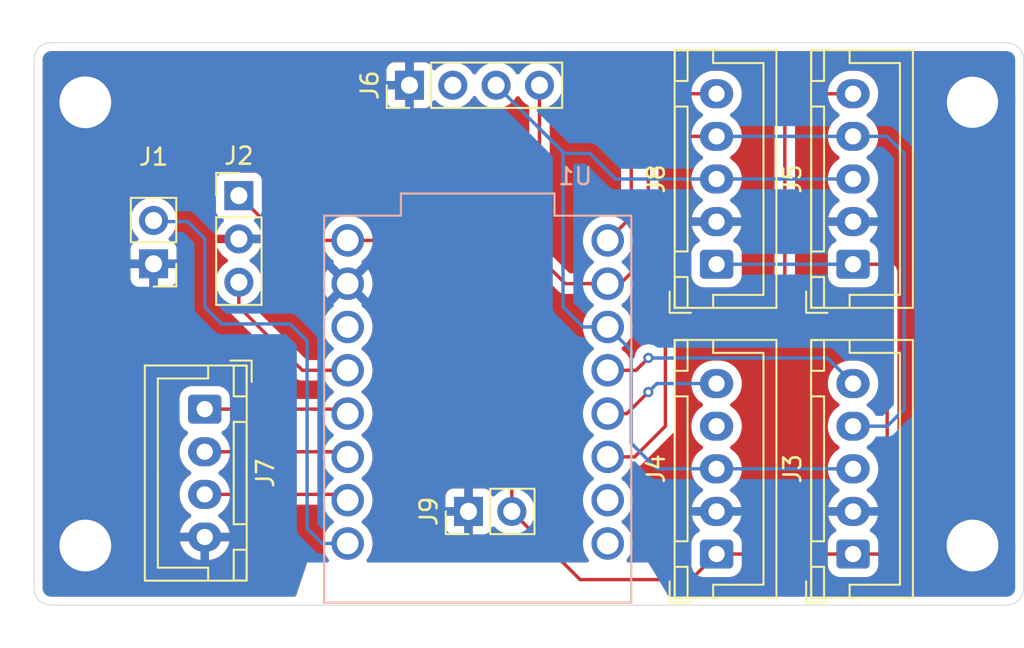
<source format=kicad_pcb>
(kicad_pcb (version 20240108) (generator "pcbnew") (generator_version "8.0")
  (layers (0 "F.Cu" signal) (31 "B.Cu" signal) (34 "B.Paste" user) (35 "F.Paste" user) (36 "B.SilkS" user "B.Silkscreen") (37 "F.SilkS" user "F.Silkscreen") (38 "B.Mask" user) (39 "F.Mask" user) (44 "Edge.Cuts" user))
  (net 0 "")
  (net 3 "VCC")
  (net 4 "end_s")
  (net 5 "GND")
  (net 6 "scl")
  (net 7 "sda")
  (net 8 "xshut1")
  (net 9 "xshut2")
  (net 10 "xshut3")
  (net 11 "3.3")
  (net 12 "stp")
  (net 13 "dir")
  (net 14 "en")
  (net 15 "xshut4")
  (net 16 "boot_btn")
  (footprint "Connector_JST:JST_XH_B4B-XH-A_1x04_P2.50mm_Vertical" (layer "F.Cu") (at 115 99 -90)
    (property "Reference" "J7" (at 3.75 -3.55 90) (layer "F.SilkS"))
    (property "Value" "driver")
    (fp_line (start -2.56 3.51) (end 10.06 3.51) (stroke (width 0.12)) (layer "F.SilkS"))
    (fp_line (start 10.06 3.51) (end 10.06 -2.46) (stroke (width 0.12)) (layer "F.SilkS"))
    (fp_line (start -1.8 2.75) (end 3.75 2.75) (stroke (width 0.12)) (layer "F.SilkS"))
    (fp_line (start 9.3 2.75) (end 3.75 2.75) (stroke (width 0.12)) (layer "F.SilkS"))
    (fp_line (start -2.55 -0.2) (end -1.8 -0.2) (stroke (width 0.12)) (layer "F.SilkS"))
    (fp_line (start -1.8 -0.2) (end -1.8 2.75) (stroke (width 0.12)) (layer "F.SilkS"))
    (fp_line (start 9.3 -0.2) (end 9.3 2.75) (stroke (width 0.12)) (layer "F.SilkS"))
    (fp_line (start 10.05 -0.2) (end 9.3 -0.2) (stroke (width 0.12)) (layer "F.SilkS"))
    (fp_line (start -2.55 -1.7) (end -0.75 -1.7) (stroke (width 0.12)) (layer "F.SilkS"))
    (fp_line (start -0.75 -1.7) (end -0.75 -2.45) (stroke (width 0.12)) (layer "F.SilkS"))
    (fp_line (start 0.75 -1.7) (end 6.75 -1.7) (stroke (width 0.12)) (layer "F.SilkS"))
    (fp_line (start 6.75 -1.7) (end 6.75 -2.45) (stroke (width 0.12)) (layer "F.SilkS"))
    (fp_line (start 8.25 -1.7) (end 10.05 -1.7) (stroke (width 0.12)) (layer "F.SilkS"))
    (fp_line (start 10.05 -1.7) (end 10.05 -2.45) (stroke (width 0.12)) (layer "F.SilkS"))
    (fp_line (start -2.55 -2.45) (end -2.55 -1.7) (stroke (width 0.12)) (layer "F.SilkS"))
    (fp_line (start -0.75 -2.45) (end -2.55 -2.45) (stroke (width 0.12)) (layer "F.SilkS"))
    (fp_line (start 0.75 -2.45) (end 0.75 -1.7) (stroke (width 0.12)) (layer "F.SilkS"))
    (fp_line (start 6.75 -2.45) (end 0.75 -2.45) (stroke (width 0.12)) (layer "F.SilkS"))
    (fp_line (start 8.25 -2.45) (end 8.25 -1.7) (stroke (width 0.12)) (layer "F.SilkS"))
    (fp_line (start 10.05 -2.45) (end 8.25 -2.45) (stroke (width 0.12)) (layer "F.SilkS"))
    (fp_line (start -2.56 -2.46) (end -2.56 3.51) (stroke (width 0.12)) (layer "F.SilkS"))
    (fp_line (start 10.06 -2.46) (end -2.56 -2.46) (stroke (width 0.12)) (layer "F.SilkS"))
    (fp_line (start -2.85 -2.75) (end -2.85 -1.5) (stroke (width 0.12)) (layer "F.SilkS"))
    (fp_line (start -1.6 -2.75) (end -2.85 -2.75) (stroke (width 0.12)) (layer "F.SilkS"))
    (pad "1" thru_hole roundrect (at 0 0 270) (size 1.7 1.95) (drill 0.95) (layers "*.Cu" "*.Mask" "In1.Cu" "In2.Cu" "In3.Cu" "In4.Cu" "In5.Cu" "In6.Cu" "In7.Cu" "In8.Cu" "In9.Cu" "In10.Cu" "In11.Cu" "In12.Cu" "In13.Cu" "In14.Cu" "In15.Cu" "In16.Cu" "In17.Cu" "In18.Cu" "In19.Cu" "In20.Cu" "In21.Cu" "In22.Cu" "In23.Cu" "In24.Cu" "In25.Cu" "In26.Cu" "In27.Cu" "In28.Cu" "In29.Cu" "In30.Cu") (roundrect_rratio 0.147059) (net 13 "dir"))
    (pad "2" thru_hole oval (at 2.5 0 270) (size 1.7 1.95) (drill 0.95) (layers "*.Cu" "*.Mask" "In1.Cu" "In2.Cu" "In3.Cu" "In4.Cu" "In5.Cu" "In6.Cu" "In7.Cu" "In8.Cu" "In9.Cu" "In10.Cu" "In11.Cu" "In12.Cu" "In13.Cu" "In14.Cu" "In15.Cu" "In16.Cu" "In17.Cu" "In18.Cu" "In19.Cu" "In20.Cu" "In21.Cu" "In22.Cu" "In23.Cu" "In24.Cu" "In25.Cu" "In26.Cu" "In27.Cu" "In28.Cu" "In29.Cu" "In30.Cu") (net 12 "stp"))
    (pad "3" thru_hole oval (at 5 0 270) (size 1.7 1.95) (drill 0.95) (layers "*.Cu" "*.Mask" "In1.Cu" "In2.Cu" "In3.Cu" "In4.Cu" "In5.Cu" "In6.Cu" "In7.Cu" "In8.Cu" "In9.Cu" "In10.Cu" "In11.Cu" "In12.Cu" "In13.Cu" "In14.Cu" "In15.Cu" "In16.Cu" "In17.Cu" "In18.Cu" "In19.Cu" "In20.Cu" "In21.Cu" "In22.Cu" "In23.Cu" "In24.Cu" "In25.Cu" "In26.Cu" "In27.Cu" "In28.Cu" "In29.Cu" "In30.Cu") (net 14 "en"))
    (pad "4" thru_hole oval (at 7.5 0 270) (size 1.7 1.95) (drill 0.95) (layers "*.Cu" "*.Mask" "In1.Cu" "In2.Cu" "In3.Cu" "In4.Cu" "In5.Cu" "In6.Cu" "In7.Cu" "In8.Cu" "In9.Cu" "In10.Cu" "In11.Cu" "In12.Cu" "In13.Cu" "In14.Cu" "In15.Cu" "In16.Cu" "In17.Cu" "In18.Cu" "In19.Cu" "In20.Cu" "In21.Cu" "In22.Cu" "In23.Cu" "In24.Cu" "In25.Cu" "In26.Cu" "In27.Cu" "In28.Cu" "In29.Cu" "In30.Cu") (net 5 "GND"))
  )
  (footprint "Connector_JST:JST_XH_B5B-XH-A_1x05_P2.50mm_Vertical" (layer "F.Cu") (at 153 90.5 90)
    (property "Reference" "J5" (at 5 -3.55 90) (layer "F.SilkS"))
    (property "Value" "tof")
    (fp_line (start -1.6 -2.75) (end -2.85 -2.75) (stroke (width 0.12)) (layer "F.SilkS"))
    (fp_line (start -2.85 -2.75) (end -2.85 -1.5) (stroke (width 0.12)) (layer "F.SilkS"))
    (fp_line (start 12.56 -2.46) (end -2.56 -2.46) (stroke (width 0.12)) (layer "F.SilkS"))
    (fp_line (start -2.56 -2.46) (end -2.56 3.51) (stroke (width 0.12)) (layer "F.SilkS"))
    (fp_line (start 12.55 -2.45) (end 10.75 -2.45) (stroke (width 0.12)) (layer "F.SilkS"))
    (fp_line (start 10.75 -2.45) (end 10.75 -1.7) (stroke (width 0.12)) (layer "F.SilkS"))
    (fp_line (start 9.25 -2.45) (end 0.75 -2.45) (stroke (width 0.12)) (layer "F.SilkS"))
    (fp_line (start 0.75 -2.45) (end 0.75 -1.7) (stroke (width 0.12)) (layer "F.SilkS"))
    (fp_line (start -0.75 -2.45) (end -2.55 -2.45) (stroke (width 0.12)) (layer "F.SilkS"))
    (fp_line (start -2.55 -2.45) (end -2.55 -1.7) (stroke (width 0.12)) (layer "F.SilkS"))
    (fp_line (start 12.55 -1.7) (end 12.55 -2.45) (stroke (width 0.12)) (layer "F.SilkS"))
    (fp_line (start 10.75 -1.7) (end 12.55 -1.7) (stroke (width 0.12)) (layer "F.SilkS"))
    (fp_line (start 9.25 -1.7) (end 9.25 -2.45) (stroke (width 0.12)) (layer "F.SilkS"))
    (fp_line (start 0.75 -1.7) (end 9.25 -1.7) (stroke (width 0.12)) (layer "F.SilkS"))
    (fp_line (start -0.75 -1.7) (end -0.75 -2.45) (stroke (width 0.12)) (layer "F.SilkS"))
    (fp_line (start -2.55 -1.7) (end -0.75 -1.7) (stroke (width 0.12)) (layer "F.SilkS"))
    (fp_line (start 12.55 -0.2) (end 11.8 -0.2) (stroke (width 0.12)) (layer "F.SilkS"))
    (fp_line (start 11.8 -0.2) (end 11.8 2.75) (stroke (width 0.12)) (layer "F.SilkS"))
    (fp_line (start -1.8 -0.2) (end -1.8 2.75) (stroke (width 0.12)) (layer "F.SilkS"))
    (fp_line (start -2.55 -0.2) (end -1.8 -0.2) (stroke (width 0.12)) (layer "F.SilkS"))
    (fp_line (start 11.8 2.75) (end 5 2.75) (stroke (width 0.12)) (layer "F.SilkS"))
    (fp_line (start -1.8 2.75) (end 5 2.75) (stroke (width 0.12)) (layer "F.SilkS"))
    (fp_line (start 12.56 3.51) (end 12.56 -2.46) (stroke (width 0.12)) (layer "F.SilkS"))
    (fp_line (start -2.56 3.51) (end 12.56 3.51) (stroke (width 0.12)) (layer "F.SilkS"))
    (pad "1" thru_hole roundrect (at 0 0 90) (size 1.7 1.95) (drill 0.95) (layers "*.Cu" "*.Mask" "In1.Cu" "In2.Cu" "In3.Cu" "In4.Cu" "In5.Cu" "In6.Cu" "In7.Cu" "In8.Cu" "In9.Cu" "In10.Cu" "In11.Cu" "In12.Cu" "In13.Cu" "In14.Cu" "In15.Cu" "In16.Cu" "In17.Cu" "In18.Cu" "In19.Cu" "In20.Cu" "In21.Cu" "In22.Cu" "In23.Cu" "In24.Cu" "In25.Cu" "In26.Cu" "In27.Cu" "In28.Cu" "In29.Cu" "In30.Cu") (roundrect_rratio 0.147059) (net 3 "VCC"))
    (pad "2" thru_hole oval (at 2.5 0 90) (size 1.7 1.95) (drill 0.95) (layers "*.Cu" "*.Mask" "In1.Cu" "In2.Cu" "In3.Cu" "In4.Cu" "In5.Cu" "In6.Cu" "In7.Cu" "In8.Cu" "In9.Cu" "In10.Cu" "In11.Cu" "In12.Cu" "In13.Cu" "In14.Cu" "In15.Cu" "In16.Cu" "In17.Cu" "In18.Cu" "In19.Cu" "In20.Cu" "In21.Cu" "In22.Cu" "In23.Cu" "In24.Cu" "In25.Cu" "In26.Cu" "In27.Cu" "In28.Cu" "In29.Cu" "In30.Cu") (net 5 "GND"))
    (pad "3" thru_hole oval (at 5 0 90) (size 1.7 1.95) (drill 0.95) (layers "*.Cu" "*.Mask" "In1.Cu" "In2.Cu" "In3.Cu" "In4.Cu" "In5.Cu" "In6.Cu" "In7.Cu" "In8.Cu" "In9.Cu" "In10.Cu" "In11.Cu" "In12.Cu" "In13.Cu" "In14.Cu" "In15.Cu" "In16.Cu" "In17.Cu" "In18.Cu" "In19.Cu" "In20.Cu" "In21.Cu" "In22.Cu" "In23.Cu" "In24.Cu" "In25.Cu" "In26.Cu" "In27.Cu" "In28.Cu" "In29.Cu" "In30.Cu") (net 6 "scl"))
    (pad "4" thru_hole oval (at 7.5 0 90) (size 1.7 1.95) (drill 0.95) (layers "*.Cu" "*.Mask" "In1.Cu" "In2.Cu" "In3.Cu" "In4.Cu" "In5.Cu" "In6.Cu" "In7.Cu" "In8.Cu" "In9.Cu" "In10.Cu" "In11.Cu" "In12.Cu" "In13.Cu" "In14.Cu" "In15.Cu" "In16.Cu" "In17.Cu" "In18.Cu" "In19.Cu" "In20.Cu" "In21.Cu" "In22.Cu" "In23.Cu" "In24.Cu" "In25.Cu" "In26.Cu" "In27.Cu" "In28.Cu" "In29.Cu" "In30.Cu") (net 7 "sda"))
    (pad "5" thru_hole oval (at 10 0 90) (size 1.7 1.95) (drill 0.95) (layers "*.Cu" "*.Mask" "In1.Cu" "In2.Cu" "In3.Cu" "In4.Cu" "In5.Cu" "In6.Cu" "In7.Cu" "In8.Cu" "In9.Cu" "In10.Cu" "In11.Cu" "In12.Cu" "In13.Cu" "In14.Cu" "In15.Cu" "In16.Cu" "In17.Cu" "In18.Cu" "In19.Cu" "In20.Cu" "In21.Cu" "In22.Cu" "In23.Cu" "In24.Cu" "In25.Cu" "In26.Cu" "In27.Cu" "In28.Cu" "In29.Cu" "In30.Cu") (net 10 "xshut3"))
  )
  (footprint "Connector_JST:JST_XH_B5B-XH-A_1x05_P2.50mm_Vertical" (layer "F.Cu") (at 145 107.5 90)
    (property "Reference" "J4" (at 5 -3.55 90) (layer "F.SilkS"))
    (property "Value" "tof")
    (fp_line (start -1.6 -2.75) (end -2.85 -2.75) (stroke (width 0.12)) (layer "F.SilkS"))
    (fp_line (start -2.85 -2.75) (end -2.85 -1.5) (stroke (width 0.12)) (layer "F.SilkS"))
    (fp_line (start 12.56 -2.46) (end -2.56 -2.46) (stroke (width 0.12)) (layer "F.SilkS"))
    (fp_line (start -2.56 -2.46) (end -2.56 3.51) (stroke (width 0.12)) (layer "F.SilkS"))
    (fp_line (start 12.55 -2.45) (end 10.75 -2.45) (stroke (width 0.12)) (layer "F.SilkS"))
    (fp_line (start 10.75 -2.45) (end 10.75 -1.7) (stroke (width 0.12)) (layer "F.SilkS"))
    (fp_line (start 9.25 -2.45) (end 0.75 -2.45) (stroke (width 0.12)) (layer "F.SilkS"))
    (fp_line (start 0.75 -2.45) (end 0.75 -1.7) (stroke (width 0.12)) (layer "F.SilkS"))
    (fp_line (start -0.75 -2.45) (end -2.55 -2.45) (stroke (width 0.12)) (layer "F.SilkS"))
    (fp_line (start -2.55 -2.45) (end -2.55 -1.7) (stroke (width 0.12)) (layer "F.SilkS"))
    (fp_line (start 12.55 -1.7) (end 12.55 -2.45) (stroke (width 0.12)) (layer "F.SilkS"))
    (fp_line (start 10.75 -1.7) (end 12.55 -1.7) (stroke (width 0.12)) (layer "F.SilkS"))
    (fp_line (start 9.25 -1.7) (end 9.25 -2.45) (stroke (width 0.12)) (layer "F.SilkS"))
    (fp_line (start 0.75 -1.7) (end 9.25 -1.7) (stroke (width 0.12)) (layer "F.SilkS"))
    (fp_line (start -0.75 -1.7) (end -0.75 -2.45) (stroke (width 0.12)) (layer "F.SilkS"))
    (fp_line (start -2.55 -1.7) (end -0.75 -1.7) (stroke (width 0.12)) (layer "F.SilkS"))
    (fp_line (start 12.55 -0.2) (end 11.8 -0.2) (stroke (width 0.12)) (layer "F.SilkS"))
    (fp_line (start 11.8 -0.2) (end 11.8 2.75) (stroke (width 0.12)) (layer "F.SilkS"))
    (fp_line (start -1.8 -0.2) (end -1.8 2.75) (stroke (width 0.12)) (layer "F.SilkS"))
    (fp_line (start -2.55 -0.2) (end -1.8 -0.2) (stroke (width 0.12)) (layer "F.SilkS"))
    (fp_line (start 11.8 2.75) (end 5 2.75) (stroke (width 0.12)) (layer "F.SilkS"))
    (fp_line (start -1.8 2.75) (end 5 2.75) (stroke (width 0.12)) (layer "F.SilkS"))
    (fp_line (start 12.56 3.51) (end 12.56 -2.46) (stroke (width 0.12)) (layer "F.SilkS"))
    (fp_line (start -2.56 3.51) (end 12.56 3.51) (stroke (width 0.12)) (layer "F.SilkS"))
    (pad "1" thru_hole roundrect (at 0 0 90) (size 1.7 1.95) (drill 0.95) (layers "*.Cu" "*.Mask" "In1.Cu" "In2.Cu" "In3.Cu" "In4.Cu" "In5.Cu" "In6.Cu" "In7.Cu" "In8.Cu" "In9.Cu" "In10.Cu" "In11.Cu" "In12.Cu" "In13.Cu" "In14.Cu" "In15.Cu" "In16.Cu" "In17.Cu" "In18.Cu" "In19.Cu" "In20.Cu" "In21.Cu" "In22.Cu" "In23.Cu" "In24.Cu" "In25.Cu" "In26.Cu" "In27.Cu" "In28.Cu" "In29.Cu" "In30.Cu") (roundrect_rratio 0.147059) (net 3 "VCC"))
    (pad "2" thru_hole oval (at 2.5 0 90) (size 1.7 1.95) (drill 0.95) (layers "*.Cu" "*.Mask" "In1.Cu" "In2.Cu" "In3.Cu" "In4.Cu" "In5.Cu" "In6.Cu" "In7.Cu" "In8.Cu" "In9.Cu" "In10.Cu" "In11.Cu" "In12.Cu" "In13.Cu" "In14.Cu" "In15.Cu" "In16.Cu" "In17.Cu" "In18.Cu" "In19.Cu" "In20.Cu" "In21.Cu" "In22.Cu" "In23.Cu" "In24.Cu" "In25.Cu" "In26.Cu" "In27.Cu" "In28.Cu" "In29.Cu" "In30.Cu") (net 5 "GND"))
    (pad "3" thru_hole oval (at 5 0 90) (size 1.7 1.95) (drill 0.95) (layers "*.Cu" "*.Mask" "In1.Cu" "In2.Cu" "In3.Cu" "In4.Cu" "In5.Cu" "In6.Cu" "In7.Cu" "In8.Cu" "In9.Cu" "In10.Cu" "In11.Cu" "In12.Cu" "In13.Cu" "In14.Cu" "In15.Cu" "In16.Cu" "In17.Cu" "In18.Cu" "In19.Cu" "In20.Cu" "In21.Cu" "In22.Cu" "In23.Cu" "In24.Cu" "In25.Cu" "In26.Cu" "In27.Cu" "In28.Cu" "In29.Cu" "In30.Cu") (net 6 "scl"))
    (pad "4" thru_hole oval (at 7.5 0 90) (size 1.7 1.95) (drill 0.95) (layers "*.Cu" "*.Mask" "In1.Cu" "In2.Cu" "In3.Cu" "In4.Cu" "In5.Cu" "In6.Cu" "In7.Cu" "In8.Cu" "In9.Cu" "In10.Cu" "In11.Cu" "In12.Cu" "In13.Cu" "In14.Cu" "In15.Cu" "In16.Cu" "In17.Cu" "In18.Cu" "In19.Cu" "In20.Cu" "In21.Cu" "In22.Cu" "In23.Cu" "In24.Cu" "In25.Cu" "In26.Cu" "In27.Cu" "In28.Cu" "In29.Cu" "In30.Cu") (net 7 "sda"))
    (pad "5" thru_hole oval (at 10 0 90) (size 1.7 1.95) (drill 0.95) (layers "*.Cu" "*.Mask" "In1.Cu" "In2.Cu" "In3.Cu" "In4.Cu" "In5.Cu" "In6.Cu" "In7.Cu" "In8.Cu" "In9.Cu" "In10.Cu" "In11.Cu" "In12.Cu" "In13.Cu" "In14.Cu" "In15.Cu" "In16.Cu" "In17.Cu" "In18.Cu" "In19.Cu" "In20.Cu" "In21.Cu" "In22.Cu" "In23.Cu" "In24.Cu" "In25.Cu" "In26.Cu" "In27.Cu" "In28.Cu" "In29.Cu" "In30.Cu") (net 9 "xshut2"))
  )
  (footprint "Connector_PinHeader_2.54mm:PinHeader_1x02_P2.54mm_Vertical" (layer "F.Cu") (at 112 90.475 180)
    (property "Reference" "J1" (at 0 6.275 360) (layer "F.SilkS"))
    (property "Value" "boot_btn")
    (fp_line (start 1.33 1.27) (end 1.33 3.87) (stroke (width 0.12)) (layer "F.SilkS"))
    (fp_line (start -1.33 3.87) (end 1.33 3.87) (stroke (width 0.12)) (layer "F.SilkS"))
    (fp_line (start -1.33 1.27) (end 1.33 1.27) (stroke (width 0.12)) (layer "F.SilkS"))
    (fp_line (start -1.33 1.27) (end -1.33 3.87) (stroke (width 0.12)) (layer "F.SilkS"))
    (fp_line (start -1.33 0) (end -1.33 -1.33) (stroke (width 0.12)) (layer "F.SilkS"))
    (fp_line (start -1.33 -1.33) (end 0 -1.33) (stroke (width 0.12)) (layer "F.SilkS"))
    (pad "1" thru_hole rect (at 0 0 180) (size 1.7 1.7) (drill 1) (layers "*.Cu" "*.Mask" "In1.Cu" "In2.Cu" "In3.Cu" "In4.Cu" "In5.Cu" "In6.Cu" "In7.Cu" "In8.Cu" "In9.Cu" "In10.Cu" "In11.Cu" "In12.Cu" "In13.Cu" "In14.Cu" "In15.Cu" "In16.Cu" "In17.Cu" "In18.Cu" "In19.Cu" "In20.Cu" "In21.Cu" "In22.Cu" "In23.Cu" "In24.Cu" "In25.Cu" "In26.Cu" "In27.Cu" "In28.Cu" "In29.Cu" "In30.Cu") (net 5 "GND"))
    (pad "2" thru_hole oval (at 0 2.54 180) (size 1.7 1.7) (drill 1) (layers "*.Cu" "*.Mask" "In1.Cu" "In2.Cu" "In3.Cu" "In4.Cu" "In5.Cu" "In6.Cu" "In7.Cu" "In8.Cu" "In9.Cu" "In10.Cu" "In11.Cu" "In12.Cu" "In13.Cu" "In14.Cu" "In15.Cu" "In16.Cu" "In17.Cu" "In18.Cu" "In19.Cu" "In20.Cu" "In21.Cu" "In22.Cu" "In23.Cu" "In24.Cu" "In25.Cu" "In26.Cu" "In27.Cu" "In28.Cu" "In29.Cu" "In30.Cu") (net 16 "boot_btn"))
  )
  (footprint "Connector_PinHeader_2.54mm:PinHeader_1x04_P2.54mm_Vertical" (layer "F.Cu") (at 127 80 90)
    (property "Reference" "J6" (at 0 -2.33 90) (layer "F.SilkS"))
    (property "Value" "screen")
    (fp_line (start -1.33 -1.33) (end 0 -1.33) (stroke (width 0.12)) (layer "F.SilkS"))
    (fp_line (start -1.33 0) (end -1.33 -1.33) (stroke (width 0.12)) (layer "F.SilkS"))
    (fp_line (start 1.33 1.27) (end 1.33 8.95) (stroke (width 0.12)) (layer "F.SilkS"))
    (fp_line (start -1.33 1.27) (end 1.33 1.27) (stroke (width 0.12)) (layer "F.SilkS"))
    (fp_line (start -1.33 1.27) (end -1.33 8.95) (stroke (width 0.12)) (layer "F.SilkS"))
    (fp_line (start -1.33 8.95) (end 1.33 8.95) (stroke (width 0.12)) (layer "F.SilkS"))
    (pad "1" thru_hole rect (at 0 0 90) (size 1.7 1.7) (drill 1) (layers "*.Cu" "*.Mask" "In1.Cu" "In2.Cu" "In3.Cu" "In4.Cu" "In5.Cu" "In6.Cu" "In7.Cu" "In8.Cu" "In9.Cu" "In10.Cu" "In11.Cu" "In12.Cu" "In13.Cu" "In14.Cu" "In15.Cu" "In16.Cu" "In17.Cu" "In18.Cu" "In19.Cu" "In20.Cu" "In21.Cu" "In22.Cu" "In23.Cu" "In24.Cu" "In25.Cu" "In26.Cu" "In27.Cu" "In28.Cu" "In29.Cu" "In30.Cu") (net 5 "GND"))
    (pad "2" thru_hole oval (at 0 2.54 90) (size 1.7 1.7) (drill 1) (layers "*.Cu" "*.Mask" "In1.Cu" "In2.Cu" "In3.Cu" "In4.Cu" "In5.Cu" "In6.Cu" "In7.Cu" "In8.Cu" "In9.Cu" "In10.Cu" "In11.Cu" "In12.Cu" "In13.Cu" "In14.Cu" "In15.Cu" "In16.Cu" "In17.Cu" "In18.Cu" "In19.Cu" "In20.Cu" "In21.Cu" "In22.Cu" "In23.Cu" "In24.Cu" "In25.Cu" "In26.Cu" "In27.Cu" "In28.Cu" "In29.Cu" "In30.Cu") (net 11 "3.3"))
    (pad "3" thru_hole oval (at 0 5.08 90) (size 1.7 1.7) (drill 1) (layers "*.Cu" "*.Mask" "In1.Cu" "In2.Cu" "In3.Cu" "In4.Cu" "In5.Cu" "In6.Cu" "In7.Cu" "In8.Cu" "In9.Cu" "In10.Cu" "In11.Cu" "In12.Cu" "In13.Cu" "In14.Cu" "In15.Cu" "In16.Cu" "In17.Cu" "In18.Cu" "In19.Cu" "In20.Cu" "In21.Cu" "In22.Cu" "In23.Cu" "In24.Cu" "In25.Cu" "In26.Cu" "In27.Cu" "In28.Cu" "In29.Cu" "In30.Cu") (net 6 "scl"))
    (pad "4" thru_hole oval (at 0 7.62 90) (size 1.7 1.7) (drill 1) (layers "*.Cu" "*.Mask" "In1.Cu" "In2.Cu" "In3.Cu" "In4.Cu" "In5.Cu" "In6.Cu" "In7.Cu" "In8.Cu" "In9.Cu" "In10.Cu" "In11.Cu" "In12.Cu" "In13.Cu" "In14.Cu" "In15.Cu" "In16.Cu" "In17.Cu" "In18.Cu" "In19.Cu" "In20.Cu" "In21.Cu" "In22.Cu" "In23.Cu" "In24.Cu" "In25.Cu" "In26.Cu" "In27.Cu" "In28.Cu" "In29.Cu" "In30.Cu") (net 7 "sda"))
  )
  (footprint "Connector_PinHeader_2.54mm:PinHeader_1x02_P2.54mm_Vertical" (layer "F.Cu") (at 130.46 105 90)
    (property "Reference" "J9" (at 0 -2.33 90) (layer "F.SilkS"))
    (property "Value" "power_input")
    (fp_line (start -1.33 -1.33) (end 0 -1.33) (stroke (width 0.12)) (layer "F.SilkS"))
    (fp_line (start -1.33 0) (end -1.33 -1.33) (stroke (width 0.12)) (layer "F.SilkS"))
    (fp_line (start 1.33 1.27) (end 1.33 3.87) (stroke (width 0.12)) (layer "F.SilkS"))
    (fp_line (start -1.33 1.27) (end 1.33 1.27) (stroke (width 0.12)) (layer "F.SilkS"))
    (fp_line (start -1.33 1.27) (end -1.33 3.87) (stroke (width 0.12)) (layer "F.SilkS"))
    (fp_line (start -1.33 3.87) (end 1.33 3.87) (stroke (width 0.12)) (layer "F.SilkS"))
    (pad "1" thru_hole rect (at 0 0 90) (size 1.7 1.7) (drill 1) (layers "*.Cu" "*.Mask" "In1.Cu" "In2.Cu" "In3.Cu" "In4.Cu" "In5.Cu" "In6.Cu" "In7.Cu" "In8.Cu" "In9.Cu" "In10.Cu" "In11.Cu" "In12.Cu" "In13.Cu" "In14.Cu" "In15.Cu" "In16.Cu" "In17.Cu" "In18.Cu" "In19.Cu" "In20.Cu" "In21.Cu" "In22.Cu" "In23.Cu" "In24.Cu" "In25.Cu" "In26.Cu" "In27.Cu" "In28.Cu" "In29.Cu" "In30.Cu") (net 5 "GND"))
    (pad "2" thru_hole oval (at 0 2.54 90) (size 1.7 1.7) (drill 1) (layers "*.Cu" "*.Mask" "In1.Cu" "In2.Cu" "In3.Cu" "In4.Cu" "In5.Cu" "In6.Cu" "In7.Cu" "In8.Cu" "In9.Cu" "In10.Cu" "In11.Cu" "In12.Cu" "In13.Cu" "In14.Cu" "In15.Cu" "In16.Cu" "In17.Cu" "In18.Cu" "In19.Cu" "In20.Cu" "In21.Cu" "In22.Cu" "In23.Cu" "In24.Cu" "In25.Cu" "In26.Cu" "In27.Cu" "In28.Cu" "In29.Cu" "In30.Cu") (net 3 "VCC"))
  )
  (footprint "Connector_JST:JST_XH_B5B-XH-A_1x05_P2.50mm_Vertical" (layer "F.Cu") (at 145 90.5 90)
    (property "Reference" "J8" (at 5 -3.55 90) (layer "F.SilkS"))
    (property "Value" "tof")
    (fp_line (start -1.6 -2.75) (end -2.85 -2.75) (stroke (width 0.12)) (layer "F.SilkS"))
    (fp_line (start -2.85 -2.75) (end -2.85 -1.5) (stroke (width 0.12)) (layer "F.SilkS"))
    (fp_line (start 12.56 -2.46) (end -2.56 -2.46) (stroke (width 0.12)) (layer "F.SilkS"))
    (fp_line (start -2.56 -2.46) (end -2.56 3.51) (stroke (width 0.12)) (layer "F.SilkS"))
    (fp_line (start 12.55 -2.45) (end 10.75 -2.45) (stroke (width 0.12)) (layer "F.SilkS"))
    (fp_line (start 10.75 -2.45) (end 10.75 -1.7) (stroke (width 0.12)) (layer "F.SilkS"))
    (fp_line (start 9.25 -2.45) (end 0.75 -2.45) (stroke (width 0.12)) (layer "F.SilkS"))
    (fp_line (start 0.75 -2.45) (end 0.75 -1.7) (stroke (width 0.12)) (layer "F.SilkS"))
    (fp_line (start -0.75 -2.45) (end -2.55 -2.45) (stroke (width 0.12)) (layer "F.SilkS"))
    (fp_line (start -2.55 -2.45) (end -2.55 -1.7) (stroke (width 0.12)) (layer "F.SilkS"))
    (fp_line (start 12.55 -1.7) (end 12.55 -2.45) (stroke (width 0.12)) (layer "F.SilkS"))
    (fp_line (start 10.75 -1.7) (end 12.55 -1.7) (stroke (width 0.12)) (layer "F.SilkS"))
    (fp_line (start 9.25 -1.7) (end 9.25 -2.45) (stroke (width 0.12)) (layer "F.SilkS"))
    (fp_line (start 0.75 -1.7) (end 9.25 -1.7) (stroke (width 0.12)) (layer "F.SilkS"))
    (fp_line (start -0.75 -1.7) (end -0.75 -2.45) (stroke (width 0.12)) (layer "F.SilkS"))
    (fp_line (start -2.55 -1.7) (end -0.75 -1.7) (stroke (width 0.12)) (layer "F.SilkS"))
    (fp_line (start 12.55 -0.2) (end 11.8 -0.2) (stroke (width 0.12)) (layer "F.SilkS"))
    (fp_line (start 11.8 -0.2) (end 11.8 2.75) (stroke (width 0.12)) (layer "F.SilkS"))
    (fp_line (start -1.8 -0.2) (end -1.8 2.75) (stroke (width 0.12)) (layer "F.SilkS"))
    (fp_line (start -2.55 -0.2) (end -1.8 -0.2) (stroke (width 0.12)) (layer "F.SilkS"))
    (fp_line (start 11.8 2.75) (end 5 2.75) (stroke (width 0.12)) (layer "F.SilkS"))
    (fp_line (start -1.8 2.75) (end 5 2.75) (stroke (width 0.12)) (layer "F.SilkS"))
    (fp_line (start 12.56 3.51) (end 12.56 -2.46) (stroke (width 0.12)) (layer "F.SilkS"))
    (fp_line (start -2.56 3.51) (end 12.56 3.51) (stroke (width 0.12)) (layer "F.SilkS"))
    (pad "1" thru_hole roundrect (at 0 0 90) (size 1.7 1.95) (drill 0.95) (layers "*.Cu" "*.Mask" "In1.Cu" "In2.Cu" "In3.Cu" "In4.Cu" "In5.Cu" "In6.Cu" "In7.Cu" "In8.Cu" "In9.Cu" "In10.Cu" "In11.Cu" "In12.Cu" "In13.Cu" "In14.Cu" "In15.Cu" "In16.Cu" "In17.Cu" "In18.Cu" "In19.Cu" "In20.Cu" "In21.Cu" "In22.Cu" "In23.Cu" "In24.Cu" "In25.Cu" "In26.Cu" "In27.Cu" "In28.Cu" "In29.Cu" "In30.Cu") (roundrect_rratio 0.147059) (net 3 "VCC"))
    (pad "2" thru_hole oval (at 2.5 0 90) (size 1.7 1.95) (drill 0.95) (layers "*.Cu" "*.Mask" "In1.Cu" "In2.Cu" "In3.Cu" "In4.Cu" "In5.Cu" "In6.Cu" "In7.Cu" "In8.Cu" "In9.Cu" "In10.Cu" "In11.Cu" "In12.Cu" "In13.Cu" "In14.Cu" "In15.Cu" "In16.Cu" "In17.Cu" "In18.Cu" "In19.Cu" "In20.Cu" "In21.Cu" "In22.Cu" "In23.Cu" "In24.Cu" "In25.Cu" "In26.Cu" "In27.Cu" "In28.Cu" "In29.Cu" "In30.Cu") (net 5 "GND"))
    (pad "3" thru_hole oval (at 5 0 90) (size 1.7 1.95) (drill 0.95) (layers "*.Cu" "*.Mask" "In1.Cu" "In2.Cu" "In3.Cu" "In4.Cu" "In5.Cu" "In6.Cu" "In7.Cu" "In8.Cu" "In9.Cu" "In10.Cu" "In11.Cu" "In12.Cu" "In13.Cu" "In14.Cu" "In15.Cu" "In16.Cu" "In17.Cu" "In18.Cu" "In19.Cu" "In20.Cu" "In21.Cu" "In22.Cu" "In23.Cu" "In24.Cu" "In25.Cu" "In26.Cu" "In27.Cu" "In28.Cu" "In29.Cu" "In30.Cu") (net 6 "scl"))
    (pad "4" thru_hole oval (at 7.5 0 90) (size 1.7 1.95) (drill 0.95) (layers "*.Cu" "*.Mask" "In1.Cu" "In2.Cu" "In3.Cu" "In4.Cu" "In5.Cu" "In6.Cu" "In7.Cu" "In8.Cu" "In9.Cu" "In10.Cu" "In11.Cu" "In12.Cu" "In13.Cu" "In14.Cu" "In15.Cu" "In16.Cu" "In17.Cu" "In18.Cu" "In19.Cu" "In20.Cu" "In21.Cu" "In22.Cu" "In23.Cu" "In24.Cu" "In25.Cu" "In26.Cu" "In27.Cu" "In28.Cu" "In29.Cu" "In30.Cu") (net 7 "sda"))
    (pad "5" thru_hole oval (at 10 0 90) (size 1.7 1.95) (drill 0.95) (layers "*.Cu" "*.Mask" "In1.Cu" "In2.Cu" "In3.Cu" "In4.Cu" "In5.Cu" "In6.Cu" "In7.Cu" "In8.Cu" "In9.Cu" "In10.Cu" "In11.Cu" "In12.Cu" "In13.Cu" "In14.Cu" "In15.Cu" "In16.Cu" "In17.Cu" "In18.Cu" "In19.Cu" "In20.Cu" "In21.Cu" "In22.Cu" "In23.Cu" "In24.Cu" "In25.Cu" "In26.Cu" "In27.Cu" "In28.Cu" "In29.Cu" "In30.Cu") (net 15 "xshut4"))
  )
  (footprint "Connector_PinHeader_2.54mm:PinHeader_1x03_P2.54mm_Vertical" (layer "F.Cu") (at 117 86.475)
    (property "Reference" "J2" (at 0 -2.33 360) (layer "F.SilkS"))
    (property "Value" "end_switch")
    (fp_line (start -1.33 -1.33) (end 0 -1.33) (stroke (width 0.12)) (layer "F.SilkS"))
    (fp_line (start -1.33 0) (end -1.33 -1.33) (stroke (width 0.12)) (layer "F.SilkS"))
    (fp_line (start -1.33 1.27) (end -1.33 6.41) (stroke (width 0.12)) (layer "F.SilkS"))
    (fp_line (start -1.33 1.27) (end 1.33 1.27) (stroke (width 0.12)) (layer "F.SilkS"))
    (fp_line (start -1.33 6.41) (end 1.33 6.41) (stroke (width 0.12)) (layer "F.SilkS"))
    (fp_line (start 1.33 1.27) (end 1.33 6.41) (stroke (width 0.12)) (layer "F.SilkS"))
    (pad "1" thru_hole rect (at 0 0) (size 1.7 1.7) (drill 1) (layers "*.Cu" "*.Mask" "In1.Cu" "In2.Cu" "In3.Cu" "In4.Cu" "In5.Cu" "In6.Cu" "In7.Cu" "In8.Cu" "In9.Cu" "In10.Cu" "In11.Cu" "In12.Cu" "In13.Cu" "In14.Cu" "In15.Cu" "In16.Cu" "In17.Cu" "In18.Cu" "In19.Cu" "In20.Cu" "In21.Cu" "In22.Cu" "In23.Cu" "In24.Cu" "In25.Cu" "In26.Cu" "In27.Cu" "In28.Cu" "In29.Cu" "In30.Cu") (net 3 "VCC"))
    (pad "2" thru_hole oval (at 0 2.54) (size 1.7 1.7) (drill 1) (layers "*.Cu" "*.Mask" "In1.Cu" "In2.Cu" "In3.Cu" "In4.Cu" "In5.Cu" "In6.Cu" "In7.Cu" "In8.Cu" "In9.Cu" "In10.Cu" "In11.Cu" "In12.Cu" "In13.Cu" "In14.Cu" "In15.Cu" "In16.Cu" "In17.Cu" "In18.Cu" "In19.Cu" "In20.Cu" "In21.Cu" "In22.Cu" "In23.Cu" "In24.Cu" "In25.Cu" "In26.Cu" "In27.Cu" "In28.Cu" "In29.Cu" "In30.Cu") (net 5 "GND"))
    (pad "3" thru_hole oval (at 0 5.08) (size 1.7 1.7) (drill 1) (layers "*.Cu" "*.Mask" "In1.Cu" "In2.Cu" "In3.Cu" "In4.Cu" "In5.Cu" "In6.Cu" "In7.Cu" "In8.Cu" "In9.Cu" "In10.Cu" "In11.Cu" "In12.Cu" "In13.Cu" "In14.Cu" "In15.Cu" "In16.Cu" "In17.Cu" "In18.Cu" "In19.Cu" "In20.Cu" "In21.Cu" "In22.Cu" "In23.Cu" "In24.Cu" "In25.Cu" "In26.Cu" "In27.Cu" "In28.Cu" "In29.Cu" "In30.Cu") (net 4 "end_s"))
  )
  (footprint "Connector_JST:JST_XH_B5B-XH-A_1x05_P2.50mm_Vertical" (layer "F.Cu") (at 153 107.5 90)
    (property "Reference" "J3" (at 5 -3.55 90) (layer "F.SilkS"))
    (property "Value" "tof")
    (fp_line (start -1.6 -2.75) (end -2.85 -2.75) (stroke (width 0.12)) (layer "F.SilkS"))
    (fp_line (start -2.85 -2.75) (end -2.85 -1.5) (stroke (width 0.12)) (layer "F.SilkS"))
    (fp_line (start 12.56 -2.46) (end -2.56 -2.46) (stroke (width 0.12)) (layer "F.SilkS"))
    (fp_line (start -2.56 -2.46) (end -2.56 3.51) (stroke (width 0.12)) (layer "F.SilkS"))
    (fp_line (start 12.55 -2.45) (end 10.75 -2.45) (stroke (width 0.12)) (layer "F.SilkS"))
    (fp_line (start 10.75 -2.45) (end 10.75 -1.7) (stroke (width 0.12)) (layer "F.SilkS"))
    (fp_line (start 9.25 -2.45) (end 0.75 -2.45) (stroke (width 0.12)) (layer "F.SilkS"))
    (fp_line (start 0.75 -2.45) (end 0.75 -1.7) (stroke (width 0.12)) (layer "F.SilkS"))
    (fp_line (start -0.75 -2.45) (end -2.55 -2.45) (stroke (width 0.12)) (layer "F.SilkS"))
    (fp_line (start -2.55 -2.45) (end -2.55 -1.7) (stroke (width 0.12)) (layer "F.SilkS"))
    (fp_line (start 12.55 -1.7) (end 12.55 -2.45) (stroke (width 0.12)) (layer "F.SilkS"))
    (fp_line (start 10.75 -1.7) (end 12.55 -1.7) (stroke (width 0.12)) (layer "F.SilkS"))
    (fp_line (start 9.25 -1.7) (end 9.25 -2.45) (stroke (width 0.12)) (layer "F.SilkS"))
    (fp_line (start 0.75 -1.7) (end 9.25 -1.7) (stroke (width 0.12)) (layer "F.SilkS"))
    (fp_line (start -0.75 -1.7) (end -0.75 -2.45) (stroke (width 0.12)) (layer "F.SilkS"))
    (fp_line (start -2.55 -1.7) (end -0.75 -1.7) (stroke (width 0.12)) (layer "F.SilkS"))
    (fp_line (start 12.55 -0.2) (end 11.8 -0.2) (stroke (width 0.12)) (layer "F.SilkS"))
    (fp_line (start 11.8 -0.2) (end 11.8 2.75) (stroke (width 0.12)) (layer "F.SilkS"))
    (fp_line (start -1.8 -0.2) (end -1.8 2.75) (stroke (width 0.12)) (layer "F.SilkS"))
    (fp_line (start -2.55 -0.2) (end -1.8 -0.2) (stroke (width 0.12)) (layer "F.SilkS"))
    (fp_line (start 11.8 2.75) (end 5 2.75) (stroke (width 0.12)) (layer "F.SilkS"))
    (fp_line (start -1.8 2.75) (end 5 2.75) (stroke (width 0.12)) (layer "F.SilkS"))
    (fp_line (start 12.56 3.51) (end 12.56 -2.46) (stroke (width 0.12)) (layer "F.SilkS"))
    (fp_line (start -2.56 3.51) (end 12.56 3.51) (stroke (width 0.12)) (layer "F.SilkS"))
    (pad "1" thru_hole roundrect (at 0 0 90) (size 1.7 1.95) (drill 0.95) (layers "*.Cu" "*.Mask" "In1.Cu" "In2.Cu" "In3.Cu" "In4.Cu" "In5.Cu" "In6.Cu" "In7.Cu" "In8.Cu" "In9.Cu" "In10.Cu" "In11.Cu" "In12.Cu" "In13.Cu" "In14.Cu" "In15.Cu" "In16.Cu" "In17.Cu" "In18.Cu" "In19.Cu" "In20.Cu" "In21.Cu" "In22.Cu" "In23.Cu" "In24.Cu" "In25.Cu" "In26.Cu" "In27.Cu" "In28.Cu" "In29.Cu" "In30.Cu") (roundrect_rratio 0.147059) (net 3 "VCC"))
    (pad "2" thru_hole oval (at 2.5 0 90) (size 1.7 1.95) (drill 0.95) (layers "*.Cu" "*.Mask" "In1.Cu" "In2.Cu" "In3.Cu" "In4.Cu" "In5.Cu" "In6.Cu" "In7.Cu" "In8.Cu" "In9.Cu" "In10.Cu" "In11.Cu" "In12.Cu" "In13.Cu" "In14.Cu" "In15.Cu" "In16.Cu" "In17.Cu" "In18.Cu" "In19.Cu" "In20.Cu" "In21.Cu" "In22.Cu" "In23.Cu" "In24.Cu" "In25.Cu" "In26.Cu" "In27.Cu" "In28.Cu" "In29.Cu" "In30.Cu") (net 5 "GND"))
    (pad "3" thru_hole oval (at 5 0 90) (size 1.7 1.95) (drill 0.95) (layers "*.Cu" "*.Mask" "In1.Cu" "In2.Cu" "In3.Cu" "In4.Cu" "In5.Cu" "In6.Cu" "In7.Cu" "In8.Cu" "In9.Cu" "In10.Cu" "In11.Cu" "In12.Cu" "In13.Cu" "In14.Cu" "In15.Cu" "In16.Cu" "In17.Cu" "In18.Cu" "In19.Cu" "In20.Cu" "In21.Cu" "In22.Cu" "In23.Cu" "In24.Cu" "In25.Cu" "In26.Cu" "In27.Cu" "In28.Cu" "In29.Cu" "In30.Cu") (net 6 "scl"))
    (pad "4" thru_hole oval (at 7.5 0 90) (size 1.7 1.95) (drill 0.95) (layers "*.Cu" "*.Mask" "In1.Cu" "In2.Cu" "In3.Cu" "In4.Cu" "In5.Cu" "In6.Cu" "In7.Cu" "In8.Cu" "In9.Cu" "In10.Cu" "In11.Cu" "In12.Cu" "In13.Cu" "In14.Cu" "In15.Cu" "In16.Cu" "In17.Cu" "In18.Cu" "In19.Cu" "In20.Cu" "In21.Cu" "In22.Cu" "In23.Cu" "In24.Cu" "In25.Cu" "In26.Cu" "In27.Cu" "In28.Cu" "In29.Cu" "In30.Cu") (net 7 "sda"))
    (pad "5" thru_hole oval (at 10 0 90) (size 1.7 1.95) (drill 0.95) (layers "*.Cu" "*.Mask" "In1.Cu" "In2.Cu" "In3.Cu" "In4.Cu" "In5.Cu" "In6.Cu" "In7.Cu" "In8.Cu" "In9.Cu" "In10.Cu" "In11.Cu" "In12.Cu" "In13.Cu" "In14.Cu" "In15.Cu" "In16.Cu" "In17.Cu" "In18.Cu" "In19.Cu" "In20.Cu" "In21.Cu" "In22.Cu" "In23.Cu" "In24.Cu" "In25.Cu" "In26.Cu" "In27.Cu" "In28.Cu" "In29.Cu" "In30.Cu") (net 8 "xshut1"))
  )
  (footprint "footprints:MODULE_ESP32-C3_SUPERMINI" (layer "B.Cu") (at 131 99 180)
    (property "Reference" "U1" (at -5.715 13.6525 0) (layer "B.SilkS") (effects (justify mirror)))
    (property "Value" "ESP32-C3_SUPERMINI_TH")
    (fp_line (start 9 11.35) (end 9 -11.35) (stroke (width 0.127)) (layer "B.SilkS"))
    (fp_line (start 4.5 11.35) (end 9 11.35) (stroke (width 0.127)) (layer "B.SilkS"))
    (fp_line (start 4.5 11.35) (end 4.5 12.65) (stroke (width 0.127)) (layer "B.SilkS"))
    (fp_line (start -4.5 12.65) (end 4.5 12.65) (stroke (width 0.127)) (layer "B.SilkS"))
    (fp_line (start -4.5 11.35) (end -4.5 12.65) (stroke (width 0.127)) (layer "B.SilkS"))
    (fp_line (start -9 11.35) (end -4.5 11.35) (stroke (width 0.127)) (layer "B.SilkS"))
    (fp_line (start -9 11.35) (end -9 -11.35) (stroke (width 0.127)) (layer "B.SilkS"))
    (fp_line (start -9 -11.35) (end 9 -11.35) (stroke (width 0.127)) (layer "B.SilkS"))
    (pad "0" thru_hole circle (at 7.62 -7.88 180) (size 1.905 1.905) (drill 1.27) (layers "*.Cu" "*.Mask" "In1.Cu" "In2.Cu" "In3.Cu" "In4.Cu" "In5.Cu" "In6.Cu" "In7.Cu" "In8.Cu" "In9.Cu" "In10.Cu" "In11.Cu" "In12.Cu" "In13.Cu" "In14.Cu" "In15.Cu" "In16.Cu" "In17.Cu" "In18.Cu" "In19.Cu" "In20.Cu" "In21.Cu" "In22.Cu" "In23.Cu" "In24.Cu" "In25.Cu" "In26.Cu" "In27.Cu" "In28.Cu" "In29.Cu" "In30.Cu") (net 16 "boot_btn"))
    (pad "1" thru_hole circle (at 7.62 -5.34 180) (size 1.905 1.905) (drill 1.27) (layers "*.Cu" "*.Mask" "In1.Cu" "In2.Cu" "In3.Cu" "In4.Cu" "In5.Cu" "In6.Cu" "In7.Cu" "In8.Cu" "In9.Cu" "In10.Cu" "In11.Cu" "In12.Cu" "In13.Cu" "In14.Cu" "In15.Cu" "In16.Cu" "In17.Cu" "In18.Cu" "In19.Cu" "In20.Cu" "In21.Cu" "In22.Cu" "In23.Cu" "In24.Cu" "In25.Cu" "In26.Cu" "In27.Cu" "In28.Cu" "In29.Cu" "In30.Cu") (net 14 "en"))
    (pad "2" thru_hole circle (at 7.62 -2.8 180) (size 1.905 1.905) (drill 1.27) (layers "*.Cu" "*.Mask" "In1.Cu" "In2.Cu" "In3.Cu" "In4.Cu" "In5.Cu" "In6.Cu" "In7.Cu" "In8.Cu" "In9.Cu" "In10.Cu" "In11.Cu" "In12.Cu" "In13.Cu" "In14.Cu" "In15.Cu" "In16.Cu" "In17.Cu" "In18.Cu" "In19.Cu" "In20.Cu" "In21.Cu" "In22.Cu" "In23.Cu" "In24.Cu" "In25.Cu" "In26.Cu" "In27.Cu" "In28.Cu" "In29.Cu" "In30.Cu") (net 12 "stp"))
    (pad "3" thru_hole circle (at 7.62 -0.26 180) (size 1.905 1.905) (drill 1.27) (layers "*.Cu" "*.Mask" "In1.Cu" "In2.Cu" "In3.Cu" "In4.Cu" "In5.Cu" "In6.Cu" "In7.Cu" "In8.Cu" "In9.Cu" "In10.Cu" "In11.Cu" "In12.Cu" "In13.Cu" "In14.Cu" "In15.Cu" "In16.Cu" "In17.Cu" "In18.Cu" "In19.Cu" "In20.Cu" "In21.Cu" "In22.Cu" "In23.Cu" "In24.Cu" "In25.Cu" "In26.Cu" "In27.Cu" "In28.Cu" "In29.Cu" "In30.Cu") (net 13 "dir"))
    (pad "3.3" thru_hole circle (at 7.62 4.82 180) (size 1.905 1.905) (drill 1.27) (layers "*.Cu" "*.Mask" "In1.Cu" "In2.Cu" "In3.Cu" "In4.Cu" "In5.Cu" "In6.Cu" "In7.Cu" "In8.Cu" "In9.Cu" "In10.Cu" "In11.Cu" "In12.Cu" "In13.Cu" "In14.Cu" "In15.Cu" "In16.Cu" "In17.Cu" "In18.Cu" "In19.Cu" "In20.Cu" "In21.Cu" "In22.Cu" "In23.Cu" "In24.Cu" "In25.Cu" "In26.Cu" "In27.Cu" "In28.Cu" "In29.Cu" "In30.Cu") (net 11 "3.3"))
    (pad "4" thru_hole circle (at 7.62 2.28 180) (size 1.905 1.905) (drill 1.27) (layers "*.Cu" "*.Mask" "In1.Cu" "In2.Cu" "In3.Cu" "In4.Cu" "In5.Cu" "In6.Cu" "In7.Cu" "In8.Cu" "In9.Cu" "In10.Cu" "In11.Cu" "In12.Cu" "In13.Cu" "In14.Cu" "In15.Cu" "In16.Cu" "In17.Cu" "In18.Cu" "In19.Cu" "In20.Cu" "In21.Cu" "In22.Cu" "In23.Cu" "In24.Cu" "In25.Cu" "In26.Cu" "In27.Cu" "In28.Cu" "In29.Cu" "In30.Cu") (net 4 "end_s"))
    (pad "5" thru_hole circle (at -7.62 9.9 180) (size 1.905 1.905) (drill 1.27) (layers "*.Cu" "*.Mask" "In1.Cu" "In2.Cu" "In3.Cu" "In4.Cu" "In5.Cu" "In6.Cu" "In7.Cu" "In8.Cu" "In9.Cu" "In10.Cu" "In11.Cu" "In12.Cu" "In13.Cu" "In14.Cu" "In15.Cu" "In16.Cu" "In17.Cu" "In18.Cu" "In19.Cu" "In20.Cu" "In21.Cu" "In22.Cu" "In23.Cu" "In24.Cu" "In25.Cu" "In26.Cu" "In27.Cu" "In28.Cu" "In29.Cu" "In30.Cu") (net 15 "xshut4"))
    (pad "5V" thru_hole circle (at 7.62 9.9 180) (size 1.905 1.905) (drill 1.27) (layers "*.Cu" "*.Mask" "In1.Cu" "In2.Cu" "In3.Cu" "In4.Cu" "In5.Cu" "In6.Cu" "In7.Cu" "In8.Cu" "In9.Cu" "In10.Cu" "In11.Cu" "In12.Cu" "In13.Cu" "In14.Cu" "In15.Cu" "In16.Cu" "In17.Cu" "In18.Cu" "In19.Cu" "In20.Cu" "In21.Cu" "In22.Cu" "In23.Cu" "In24.Cu" "In25.Cu" "In26.Cu" "In27.Cu" "In28.Cu" "In29.Cu" "In30.Cu") (net 3 "VCC"))
    (pad "6" thru_hole circle (at -7.62 7.36 180) (size 1.905 1.905) (drill 1.27) (layers "*.Cu" "*.Mask" "In1.Cu" "In2.Cu" "In3.Cu" "In4.Cu" "In5.Cu" "In6.Cu" "In7.Cu" "In8.Cu" "In9.Cu" "In10.Cu" "In11.Cu" "In12.Cu" "In13.Cu" "In14.Cu" "In15.Cu" "In16.Cu" "In17.Cu" "In18.Cu" "In19.Cu" "In20.Cu" "In21.Cu" "In22.Cu" "In23.Cu" "In24.Cu" "In25.Cu" "In26.Cu" "In27.Cu" "In28.Cu" "In29.Cu" "In30.Cu") (net 7 "sda"))
    (pad "7" thru_hole circle (at -7.62 4.82 180) (size 1.905 1.905) (drill 1.27) (layers "*.Cu" "*.Mask" "In1.Cu" "In2.Cu" "In3.Cu" "In4.Cu" "In5.Cu" "In6.Cu" "In7.Cu" "In8.Cu" "In9.Cu" "In10.Cu" "In11.Cu" "In12.Cu" "In13.Cu" "In14.Cu" "In15.Cu" "In16.Cu" "In17.Cu" "In18.Cu" "In19.Cu" "In20.Cu" "In21.Cu" "In22.Cu" "In23.Cu" "In24.Cu" "In25.Cu" "In26.Cu" "In27.Cu" "In28.Cu" "In29.Cu" "In30.Cu") (net 6 "scl"))
    (pad "8" thru_hole circle (at -7.62 2.28 180) (size 1.905 1.905) (drill 1.27) (layers "*.Cu" "*.Mask" "In1.Cu" "In2.Cu" "In3.Cu" "In4.Cu" "In5.Cu" "In6.Cu" "In7.Cu" "In8.Cu" "In9.Cu" "In10.Cu" "In11.Cu" "In12.Cu" "In13.Cu" "In14.Cu" "In15.Cu" "In16.Cu" "In17.Cu" "In18.Cu" "In19.Cu" "In20.Cu" "In21.Cu" "In22.Cu" "In23.Cu" "In24.Cu" "In25.Cu" "In26.Cu" "In27.Cu" "In28.Cu" "In29.Cu" "In30.Cu") (net 8 "xshut1"))
    (pad "9" thru_hole circle (at -7.62 -0.26 180) (size 1.905 1.905) (drill 1.27) (layers "*.Cu" "*.Mask" "In1.Cu" "In2.Cu" "In3.Cu" "In4.Cu" "In5.Cu" "In6.Cu" "In7.Cu" "In8.Cu" "In9.Cu" "In10.Cu" "In11.Cu" "In12.Cu" "In13.Cu" "In14.Cu" "In15.Cu" "In16.Cu" "In17.Cu" "In18.Cu" "In19.Cu" "In20.Cu" "In21.Cu" "In22.Cu" "In23.Cu" "In24.Cu" "In25.Cu" "In26.Cu" "In27.Cu" "In28.Cu" "In29.Cu" "In30.Cu") (net 9 "xshut2"))
    (pad "10" thru_hole circle (at -7.62 -2.8 180) (size 1.905 1.905) (drill 1.27) (layers "*.Cu" "*.Mask" "In1.Cu" "In2.Cu" "In3.Cu" "In4.Cu" "In5.Cu" "In6.Cu" "In7.Cu" "In8.Cu" "In9.Cu" "In10.Cu" "In11.Cu" "In12.Cu" "In13.Cu" "In14.Cu" "In15.Cu" "In16.Cu" "In17.Cu" "In18.Cu" "In19.Cu" "In20.Cu" "In21.Cu" "In22.Cu" "In23.Cu" "In24.Cu" "In25.Cu" "In26.Cu" "In27.Cu" "In28.Cu" "In29.Cu" "In30.Cu") (net 10 "xshut3"))
    (pad "20" thru_hole circle (at -7.62 -5.34 180) (size 1.905 1.905) (drill 1.27) (layers "*.Cu" "*.Mask" "In1.Cu" "In2.Cu" "In3.Cu" "In4.Cu" "In5.Cu" "In6.Cu" "In7.Cu" "In8.Cu" "In9.Cu" "In10.Cu" "In11.Cu" "In12.Cu" "In13.Cu" "In14.Cu" "In15.Cu" "In16.Cu" "In17.Cu" "In18.Cu" "In19.Cu" "In20.Cu" "In21.Cu" "In22.Cu" "In23.Cu" "In24.Cu" "In25.Cu" "In26.Cu" "In27.Cu" "In28.Cu" "In29.Cu" "In30.Cu"))
    (pad "21" thru_hole circle (at -7.62 -7.88 180) (size 1.905 1.905) (drill 1.27) (layers "*.Cu" "*.Mask" "In1.Cu" "In2.Cu" "In3.Cu" "In4.Cu" "In5.Cu" "In6.Cu" "In7.Cu" "In8.Cu" "In9.Cu" "In10.Cu" "In11.Cu" "In12.Cu" "In13.Cu" "In14.Cu" "In15.Cu" "In16.Cu" "In17.Cu" "In18.Cu" "In19.Cu" "In20.Cu" "In21.Cu" "In22.Cu" "In23.Cu" "In24.Cu" "In25.Cu" "In26.Cu" "In27.Cu" "In28.Cu" "In29.Cu" "In30.Cu"))
    (pad "G" thru_hole circle (at 7.62 7.36 180) (size 1.905 1.905) (drill 1.27) (layers "*.Cu" "*.Mask" "In1.Cu" "In2.Cu" "In3.Cu" "In4.Cu" "In5.Cu" "In6.Cu" "In7.Cu" "In8.Cu" "In9.Cu" "In10.Cu" "In11.Cu" "In12.Cu" "In13.Cu" "In14.Cu" "In15.Cu" "In16.Cu" "In17.Cu" "In18.Cu" "In19.Cu" "In20.Cu" "In21.Cu" "In22.Cu" "In23.Cu" "In24.Cu" "In25.Cu" "In26.Cu" "In27.Cu" "In28.Cu" "In29.Cu" "In30.Cu") (net 5 "GND"))
  )
  (gr_line (start 163 78.5) (end 163 109.5) (stroke (width 0.05)) (layer "Edge.Cuts"))
  (gr_arc (start 106 110.5) (mid 105.292893 110.207107) (end 105 109.5) (stroke (width 0.05)) (layer "Edge.Cuts"))
  (gr_line (start 105 109.5) (end 105 78.5) (stroke (width 0.05)) (layer "Edge.Cuts"))
  (gr_arc (start 163 109.5) (mid 162.707107 110.207107) (end 162 110.5) (stroke (width 0.05)) (layer "Edge.Cuts"))
  (gr_line (start 162 110.5) (end 106 110.5) (stroke (width 0.05)) (layer "Edge.Cuts"))
  (gr_arc (start 162 77.5) (mid 162.707107 77.792893) (end 163 78.5) (stroke (width 0.05)) (layer "Edge.Cuts"))
  (gr_circle (center 160 107) (end 161.5 107) (stroke (width 0.05)) (fill none) (layer "Edge.Cuts"))
  (gr_circle (center 108 107) (end 109.5 107) (stroke (width 0.05)) (fill none) (layer "Edge.Cuts"))
  (gr_line (start 106 77.5) (end 162 77.5) (stroke (width 0.05)) (layer "Edge.Cuts"))
  (gr_circle (center 108 81) (end 109.5 81) (stroke (width 0.05)) (fill none) (layer "Edge.Cuts"))
  (gr_arc (start 105 78.5) (mid 105.292893 77.792893) (end 106 77.5) (stroke (width 0.05)) (layer "Edge.Cuts"))
  (segment (start 133 105) (end 133 103) (width 0.2) (layer "F.Cu") (net 3))
  (segment (start 154.5 107.5) (end 153 107.5) (width 0.2) (layer "F.Cu") (net 3))
  (segment (start 153 90.5) (end 154.5 90.5) (width 0.2) (layer "F.Cu") (net 3))
  (segment (start 132 102) (end 128 102) (width 0.2) (layer "F.Cu") (net 3))
  (segment (start 128 102) (end 127 101) (width 0.2) (layer "F.Cu") (net 3))
  (segment (start 127 101) (end 127 90) (width 0.2) (layer "F.Cu") (net 3))
  (segment (start 154.5 90.5) (end 155 91) (width 0.2) (layer "F.Cu") (net 3))
  (segment (start 155 91) (end 155 107) (width 0.2) (layer "F.Cu") (net 3))
  (segment (start 155 107) (end 154.5 107.5) (width 0.2) (layer "F.Cu") (net 3))
  (segment (start 133 103) (end 132 102) (width 0.2) (layer "F.Cu") (net 3))
  (segment (start 126.1 89.1) (end 123.38 89.1) (width 0.2) (layer "F.Cu") (net 3))
  (segment (start 119.625 89.1) (end 123.38 89.1) (width 0.2) (layer "F.Cu") (net 3))
  (segment (start 145 107.5) (end 143.5 109) (width 0.2) (layer "F.Cu") (net 3))
  (segment (start 137 109) (end 133 105) (width 0.2) (layer "F.Cu") (net 3))
  (segment (start 117 86.475) (end 119.625 89.1) (width 0.2) (layer "F.Cu") (net 3))
  (segment (start 143.5 109) (end 137 109) (width 0.2) (layer "F.Cu") (net 3))
  (segment (start 145 107.5) (end 153 107.5) (width 0.2) (layer "F.Cu") (net 3))
  (segment (start 127 90) (end 126.1 89.1) (width 0.2) (layer "F.Cu") (net 3))
  (segment (start 145 90.5) (end 153 90.5) (width 0.2) (layer "B.Cu") (net 3))
  (segment (start 120.72 96.72) (end 123.38 96.72) (width 0.2) (layer "F.Cu") (net 4))
  (segment (start 117 93) (end 120.72 96.72) (width 0.2) (layer "F.Cu") (net 4))
  (segment (start 117 91.555) (end 117 93) (width 0.2) (layer "F.Cu") (net 4))
  (via (at 160 81) (size 5) (drill 3) (layers "F.Cu" "B.Cu") (net 5))
  (via (at 108 81) (size 5) (drill 3) (layers "F.Cu" "B.Cu") (net 5))
  (via (at 108 107) (size 5) (drill 3) (layers "F.Cu" "B.Cu") (net 5))
  (via (at 160 107) (size 5) (drill 3) (layers "F.Cu" "B.Cu") (net 5))
  (segment (start 139.08 85.5) (end 137.58 84) (width 0.2) (layer "B.Cu") (net 6))
  (segment (start 145 102.5) (end 141.5 102.5) (width 0.2) (layer "B.Cu") (net 6))
  (segment (start 138.62 94.18) (end 137.18 94.18) (width 0.2) (layer "B.Cu") (net 6))
  (segment (start 137.58 84) (end 136.08 84) (width 0.2) (layer "B.Cu") (net 6))
  (segment (start 136.08 84) (end 134.54 82.46) (width 0.2) (layer "B.Cu") (net 6))
  (segment (start 153 85.5) (end 145 85.5) (width 0.2) (layer "B.Cu") (net 6))
  (segment (start 153 102.5) (end 145 102.5) (width 0.2) (layer "B.Cu") (net 6))
  (segment (start 134.54 82.46) (end 132.08 80) (width 0.2) (layer "B.Cu") (net 6))
  (segment (start 141.5 102.5) (end 140 101) (width 0.2) (layer "B.Cu") (net 6))
  (segment (start 137.18 94.18) (end 136 93) (width 0.2) (layer "B.Cu") (net 6))
  (segment (start 140 95.56) (end 138.62 94.18) (width 0.2) (layer "B.Cu") (net 6))
  (segment (start 145 85.5) (end 139.08 85.5) (width 0.2) (layer "B.Cu") (net 6))
  (segment (start 136 83.92) (end 134.54 82.46) (width 0.2) (layer "B.Cu") (net 6))
  (segment (start 136 93) (end 136 83.92) (width 0.2) (layer "B.Cu") (net 6))
  (segment (start 140 101) (end 140 95.56) (width 0.2) (layer "B.Cu") (net 6))
  (segment (start 141 90) (end 139.36 91.64) (width 0.2) (layer "F.Cu") (net 7))
  (segment (start 142 83) (end 141 84) (width 0.2) (layer "F.Cu") (net 7))
  (segment (start 145 83) (end 142 83) (width 0.2) (layer "F.Cu") (net 7))
  (segment (start 139.36 91.64) (end 138.62 91.64) (width 0.2) (layer "F.Cu") (net 7))
  (segment (start 134.62 90.12) (end 136.14 91.64) (width 0.2) (layer "F.Cu") (net 7))
  (segment (start 141 84) (end 141 90) (width 0.2) (layer "F.Cu") (net 7))
  (segment (start 134.62 80) (end 134.62 90.12) (width 0.2) (layer "F.Cu") (net 7))
  (segment (start 136.14 91.64) (end 138.62 91.64) (width 0.2) (layer "F.Cu") (net 7))
  (segment (start 156 84) (end 156 99) (width 0.2) (layer "B.Cu") (net 7))
  (segment (start 153 83) (end 155 83) (width 0.2) (layer "B.Cu") (net 7))
  (segment (start 156 99) (end 155 100) (width 0.2) (layer "B.Cu") (net 7))
  (segment (start 155 100) (end 153 100) (width 0.2) (layer "B.Cu") (net 7))
  (segment (start 153 83) (end 145 83) (width 0.2) (layer "B.Cu") (net 7))
  (segment (start 155 83) (end 156 84) (width 0.2) (layer "B.Cu") (net 7))
  (segment (start 140.28 96.72) (end 138.62 96.72) (width 0.2) (layer "F.Cu") (net 8))
  (segment (start 141.002843 95.997157) (end 140.28 96.72) (width 0.2) (layer "F.Cu") (net 8))
  (via (at 141.002843 95.997157) (size 0.6) (drill 0.3) (layers "F.Cu" "B.Cu") (net 8))
  (segment (start 153 97.5) (end 151.5 96) (width 0.2) (layer "B.Cu") (net 8))
  (segment (start 141.005686 96) (end 141.002843 95.997157) (width 0.2) (layer "B.Cu") (net 8))
  (segment (start 151.5 96) (end 141.005686 96) (width 0.2) (layer "B.Cu") (net 8))
  (segment (start 138.62 99.26) (end 139.74 99.26) (width 0.2) (layer "F.Cu") (net 9))
  (segment (start 139.74 99.26) (end 141 98) (width 0.2) (layer "F.Cu") (net 9))
  (segment (start 145 97.5) (end 144.5 98) (width 0.2) (layer "F.Cu") (net 9))
  (via (at 141 98) (size 0.6) (drill 0.3) (layers "F.Cu" "B.Cu") (net 9))
  (segment (start 141.5 97.5) (end 141 98) (width 0.2) (layer "B.Cu") (net 9))
  (segment (start 145 97.5) (end 141.5 97.5) (width 0.2) (layer "B.Cu") (net 9))
  (segment (start 150 80.5) (end 149 81.5) (width 0.2) (layer "F.Cu") (net 10))
  (segment (start 143 94) (end 142 95) (width 0.2) (layer "F.Cu") (net 10))
  (segment (start 153 80.5) (end 150 80.5) (width 0.2) (layer "F.Cu") (net 10))
  (segment (start 149 81.5) (end 149 93) (width 0.2) (layer "F.Cu") (net 10))
  (segment (start 142 100) (end 140.2 101.8) (width 0.2) (layer "F.Cu") (net 10))
  (segment (start 149 93) (end 148 94) (width 0.2) (layer "F.Cu") (net 10))
  (segment (start 140.2 101.8) (end 138.62 101.8) (width 0.2) (layer "F.Cu") (net 10))
  (segment (start 142 95) (end 142 100) (width 0.2) (layer "F.Cu") (net 10))
  (segment (start 148 94) (end 143 94) (width 0.2) (layer "F.Cu") (net 10))
  (segment (start 115 101.5) (end 123.08 101.5) (width 0.2) (layer "F.Cu") (net 12))
  (segment (start 123.08 101.5) (end 123.38 101.8) (width 0.2) (layer "F.Cu") (net 12))
  (segment (start 123.12 99) (end 123.38 99.26) (width 0.2) (layer "F.Cu") (net 13))
  (segment (start 115 99) (end 123.12 99) (width 0.2) (layer "F.Cu") (net 13))
  (segment (start 115 104) (end 123.04 104) (width 0.2) (layer "F.Cu") (net 14))
  (segment (start 123.04 104) (end 123.38 104.34) (width 0.2) (layer "F.Cu") (net 14))
  (segment (start 141.5 80.5) (end 140 82) (width 0.2) (layer "F.Cu") (net 15))
  (segment (start 140 82) (end 140 87.72) (width 0.2) (layer "F.Cu") (net 15))
  (segment (start 140 87.72) (end 138.62 89.1) (width 0.2) (layer "F.Cu") (net 15))
  (segment (start 145 80.5) (end 141.5 80.5) (width 0.2) (layer "F.Cu") (net 15))
  (segment (start 112 87.935) (end 112.065 88) (width 0.2) (layer "B.Cu") (net 16))
  (segment (start 116 94) (end 120 94) (width 0.2) (layer "B.Cu") (net 16))
  (segment (start 120 94) (end 121 95) (width 0.2) (layer "B.Cu") (net 16))
  (segment (start 121 106) (end 121.88 106.88) (width 0.2) (layer "B.Cu") (net 16))
  (segment (start 121 95) (end 121 106) (width 0.2) (layer "B.Cu") (net 16))
  (segment (start 121.88 106.88) (end 123.38 106.88) (width 0.2) (layer "B.Cu") (net 16))
  (segment (start 115 89) (end 115 93) (width 0.2) (layer "B.Cu") (net 16))
  (segment (start 114 88) (end 115 89) (width 0.2) (layer "B.Cu") (net 16))
  (segment (start 112.065 88) (end 114 88) (width 0.2) (layer "B.Cu") (net 16))
  (segment (start 115 93) (end 116 94) (width 0.2) (layer "B.Cu") (net 16))
  (zone (net 5) (net_name "GND") (layers "F.Cu" "B.Cu") (connect_pads (clearance 0.5)) (min_thickness 0.25) (fill yes (thermal_gap 0.5) (thermal_bridge_width 0.5))
    (polygon (pts (xy 163 77) (xy 103 75) (xy 103 112) (xy 120 111) (xy 121 108) (xy 141 108) (xy 144 113) (xy 163 113)))
  )
)
</source>
